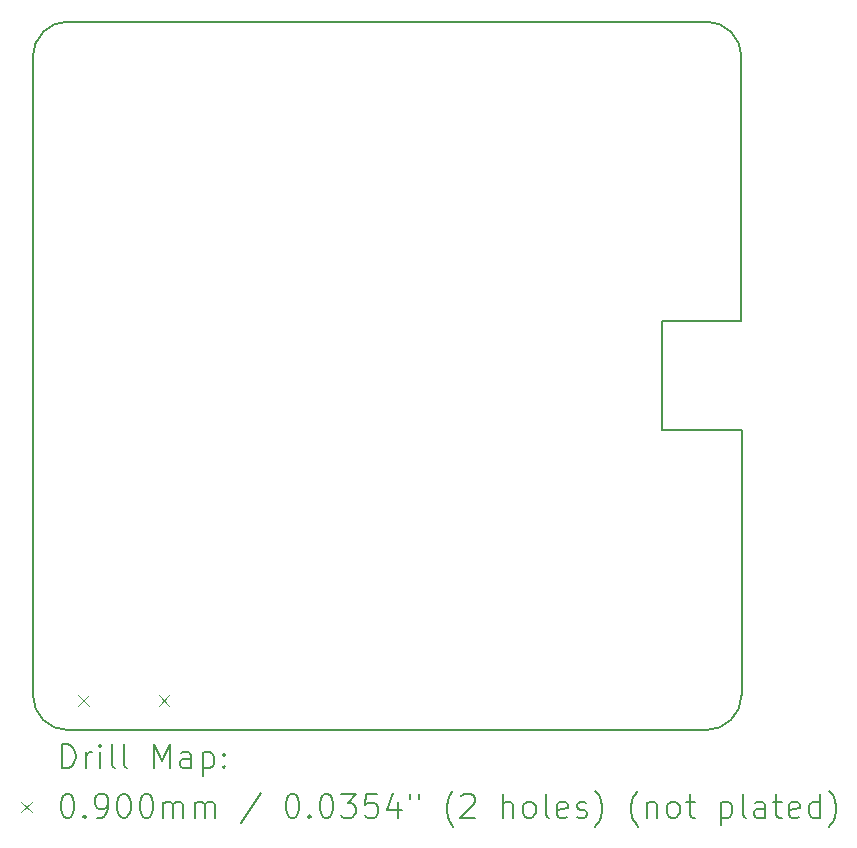
<source format=gbr>
%TF.GenerationSoftware,KiCad,Pcbnew,6.0.10-86aedd382b~118~ubuntu22.10.1*%
%TF.CreationDate,2023-02-02T20:30:59+01:00*%
%TF.ProjectId,FPGHat,46504748-6174-42e6-9b69-6361645f7063,rev?*%
%TF.SameCoordinates,Original*%
%TF.FileFunction,Drillmap*%
%TF.FilePolarity,Positive*%
%FSLAX45Y45*%
G04 Gerber Fmt 4.5, Leading zero omitted, Abs format (unit mm)*
G04 Created by KiCad (PCBNEW 6.0.10-86aedd382b~118~ubuntu22.10.1) date 2023-02-02 20:30:59*
%MOMM*%
%LPD*%
G01*
G04 APERTURE LIST*
%ADD10C,0.200000*%
%ADD11C,0.090000*%
G04 APERTURE END LIST*
D10*
X8000000Y-2300000D02*
G75*
G03*
X7700000Y-2000000I-300290J-290D01*
G01*
X7327900Y-4538000D02*
X7327900Y-5461000D01*
X7700000Y-8000002D02*
G75*
G03*
X8001000Y-7700000I0J301002D01*
G01*
X2000000Y-7700000D02*
X2000000Y-2300000D01*
X2300000Y-2000000D02*
X7700000Y-2000000D01*
X8001000Y-5461000D02*
X8001000Y-7700000D01*
X8000000Y-4538000D02*
X7327900Y-4538000D01*
X7700000Y-8000000D02*
X2300000Y-8000000D01*
X8001000Y-5461000D02*
X7327900Y-5461000D01*
X2300000Y-2000000D02*
G75*
G03*
X2000000Y-2300000I295J-300295D01*
G01*
X8000000Y-2300000D02*
X8000000Y-4538000D01*
X2000000Y-7700000D02*
G75*
G03*
X2300000Y-8000000I300000J0D01*
G01*
D11*
X2385000Y-7705000D02*
X2475000Y-7795000D01*
X2475000Y-7705000D02*
X2385000Y-7795000D01*
X3065000Y-7705000D02*
X3155000Y-7795000D01*
X3155000Y-7705000D02*
X3065000Y-7795000D01*
D10*
X2247619Y-8320476D02*
X2247619Y-8120476D01*
X2295238Y-8120476D01*
X2323810Y-8130000D01*
X2342857Y-8149048D01*
X2352381Y-8168095D01*
X2361905Y-8206190D01*
X2361905Y-8234762D01*
X2352381Y-8272857D01*
X2342857Y-8291905D01*
X2323810Y-8310952D01*
X2295238Y-8320476D01*
X2247619Y-8320476D01*
X2447619Y-8320476D02*
X2447619Y-8187143D01*
X2447619Y-8225238D02*
X2457143Y-8206190D01*
X2466667Y-8196667D01*
X2485714Y-8187143D01*
X2504762Y-8187143D01*
X2571429Y-8320476D02*
X2571429Y-8187143D01*
X2571429Y-8120476D02*
X2561905Y-8130000D01*
X2571429Y-8139524D01*
X2580952Y-8130000D01*
X2571429Y-8120476D01*
X2571429Y-8139524D01*
X2695238Y-8320476D02*
X2676190Y-8310952D01*
X2666667Y-8291905D01*
X2666667Y-8120476D01*
X2800000Y-8320476D02*
X2780952Y-8310952D01*
X2771429Y-8291905D01*
X2771429Y-8120476D01*
X3028571Y-8320476D02*
X3028571Y-8120476D01*
X3095238Y-8263333D01*
X3161905Y-8120476D01*
X3161905Y-8320476D01*
X3342857Y-8320476D02*
X3342857Y-8215714D01*
X3333333Y-8196667D01*
X3314286Y-8187143D01*
X3276190Y-8187143D01*
X3257143Y-8196667D01*
X3342857Y-8310952D02*
X3323809Y-8320476D01*
X3276190Y-8320476D01*
X3257143Y-8310952D01*
X3247619Y-8291905D01*
X3247619Y-8272857D01*
X3257143Y-8253809D01*
X3276190Y-8244286D01*
X3323809Y-8244286D01*
X3342857Y-8234762D01*
X3438095Y-8187143D02*
X3438095Y-8387143D01*
X3438095Y-8196667D02*
X3457143Y-8187143D01*
X3495238Y-8187143D01*
X3514286Y-8196667D01*
X3523809Y-8206190D01*
X3533333Y-8225238D01*
X3533333Y-8282381D01*
X3523809Y-8301428D01*
X3514286Y-8310952D01*
X3495238Y-8320476D01*
X3457143Y-8320476D01*
X3438095Y-8310952D01*
X3619048Y-8301428D02*
X3628571Y-8310952D01*
X3619048Y-8320476D01*
X3609524Y-8310952D01*
X3619048Y-8301428D01*
X3619048Y-8320476D01*
X3619048Y-8196667D02*
X3628571Y-8206190D01*
X3619048Y-8215714D01*
X3609524Y-8206190D01*
X3619048Y-8196667D01*
X3619048Y-8215714D01*
D11*
X1900000Y-8605000D02*
X1990000Y-8695000D01*
X1990000Y-8605000D02*
X1900000Y-8695000D01*
D10*
X2285714Y-8540476D02*
X2304762Y-8540476D01*
X2323810Y-8550000D01*
X2333333Y-8559524D01*
X2342857Y-8578571D01*
X2352381Y-8616667D01*
X2352381Y-8664286D01*
X2342857Y-8702381D01*
X2333333Y-8721429D01*
X2323810Y-8730952D01*
X2304762Y-8740476D01*
X2285714Y-8740476D01*
X2266667Y-8730952D01*
X2257143Y-8721429D01*
X2247619Y-8702381D01*
X2238095Y-8664286D01*
X2238095Y-8616667D01*
X2247619Y-8578571D01*
X2257143Y-8559524D01*
X2266667Y-8550000D01*
X2285714Y-8540476D01*
X2438095Y-8721429D02*
X2447619Y-8730952D01*
X2438095Y-8740476D01*
X2428571Y-8730952D01*
X2438095Y-8721429D01*
X2438095Y-8740476D01*
X2542857Y-8740476D02*
X2580952Y-8740476D01*
X2600000Y-8730952D01*
X2609524Y-8721429D01*
X2628571Y-8692857D01*
X2638095Y-8654762D01*
X2638095Y-8578571D01*
X2628571Y-8559524D01*
X2619048Y-8550000D01*
X2600000Y-8540476D01*
X2561905Y-8540476D01*
X2542857Y-8550000D01*
X2533333Y-8559524D01*
X2523810Y-8578571D01*
X2523810Y-8626190D01*
X2533333Y-8645238D01*
X2542857Y-8654762D01*
X2561905Y-8664286D01*
X2600000Y-8664286D01*
X2619048Y-8654762D01*
X2628571Y-8645238D01*
X2638095Y-8626190D01*
X2761905Y-8540476D02*
X2780952Y-8540476D01*
X2800000Y-8550000D01*
X2809524Y-8559524D01*
X2819048Y-8578571D01*
X2828571Y-8616667D01*
X2828571Y-8664286D01*
X2819048Y-8702381D01*
X2809524Y-8721429D01*
X2800000Y-8730952D01*
X2780952Y-8740476D01*
X2761905Y-8740476D01*
X2742857Y-8730952D01*
X2733333Y-8721429D01*
X2723810Y-8702381D01*
X2714286Y-8664286D01*
X2714286Y-8616667D01*
X2723810Y-8578571D01*
X2733333Y-8559524D01*
X2742857Y-8550000D01*
X2761905Y-8540476D01*
X2952381Y-8540476D02*
X2971428Y-8540476D01*
X2990476Y-8550000D01*
X3000000Y-8559524D01*
X3009524Y-8578571D01*
X3019048Y-8616667D01*
X3019048Y-8664286D01*
X3009524Y-8702381D01*
X3000000Y-8721429D01*
X2990476Y-8730952D01*
X2971428Y-8740476D01*
X2952381Y-8740476D01*
X2933333Y-8730952D01*
X2923809Y-8721429D01*
X2914286Y-8702381D01*
X2904762Y-8664286D01*
X2904762Y-8616667D01*
X2914286Y-8578571D01*
X2923809Y-8559524D01*
X2933333Y-8550000D01*
X2952381Y-8540476D01*
X3104762Y-8740476D02*
X3104762Y-8607143D01*
X3104762Y-8626190D02*
X3114286Y-8616667D01*
X3133333Y-8607143D01*
X3161905Y-8607143D01*
X3180952Y-8616667D01*
X3190476Y-8635714D01*
X3190476Y-8740476D01*
X3190476Y-8635714D02*
X3200000Y-8616667D01*
X3219048Y-8607143D01*
X3247619Y-8607143D01*
X3266667Y-8616667D01*
X3276190Y-8635714D01*
X3276190Y-8740476D01*
X3371428Y-8740476D02*
X3371428Y-8607143D01*
X3371428Y-8626190D02*
X3380952Y-8616667D01*
X3400000Y-8607143D01*
X3428571Y-8607143D01*
X3447619Y-8616667D01*
X3457143Y-8635714D01*
X3457143Y-8740476D01*
X3457143Y-8635714D02*
X3466667Y-8616667D01*
X3485714Y-8607143D01*
X3514286Y-8607143D01*
X3533333Y-8616667D01*
X3542857Y-8635714D01*
X3542857Y-8740476D01*
X3933333Y-8530952D02*
X3761905Y-8788095D01*
X4190476Y-8540476D02*
X4209524Y-8540476D01*
X4228571Y-8550000D01*
X4238095Y-8559524D01*
X4247619Y-8578571D01*
X4257143Y-8616667D01*
X4257143Y-8664286D01*
X4247619Y-8702381D01*
X4238095Y-8721429D01*
X4228571Y-8730952D01*
X4209524Y-8740476D01*
X4190476Y-8740476D01*
X4171428Y-8730952D01*
X4161905Y-8721429D01*
X4152381Y-8702381D01*
X4142857Y-8664286D01*
X4142857Y-8616667D01*
X4152381Y-8578571D01*
X4161905Y-8559524D01*
X4171428Y-8550000D01*
X4190476Y-8540476D01*
X4342857Y-8721429D02*
X4352381Y-8730952D01*
X4342857Y-8740476D01*
X4333333Y-8730952D01*
X4342857Y-8721429D01*
X4342857Y-8740476D01*
X4476190Y-8540476D02*
X4495238Y-8540476D01*
X4514286Y-8550000D01*
X4523810Y-8559524D01*
X4533333Y-8578571D01*
X4542857Y-8616667D01*
X4542857Y-8664286D01*
X4533333Y-8702381D01*
X4523810Y-8721429D01*
X4514286Y-8730952D01*
X4495238Y-8740476D01*
X4476190Y-8740476D01*
X4457143Y-8730952D01*
X4447619Y-8721429D01*
X4438095Y-8702381D01*
X4428571Y-8664286D01*
X4428571Y-8616667D01*
X4438095Y-8578571D01*
X4447619Y-8559524D01*
X4457143Y-8550000D01*
X4476190Y-8540476D01*
X4609524Y-8540476D02*
X4733333Y-8540476D01*
X4666667Y-8616667D01*
X4695238Y-8616667D01*
X4714286Y-8626190D01*
X4723810Y-8635714D01*
X4733333Y-8654762D01*
X4733333Y-8702381D01*
X4723810Y-8721429D01*
X4714286Y-8730952D01*
X4695238Y-8740476D01*
X4638095Y-8740476D01*
X4619048Y-8730952D01*
X4609524Y-8721429D01*
X4914286Y-8540476D02*
X4819048Y-8540476D01*
X4809524Y-8635714D01*
X4819048Y-8626190D01*
X4838095Y-8616667D01*
X4885714Y-8616667D01*
X4904762Y-8626190D01*
X4914286Y-8635714D01*
X4923810Y-8654762D01*
X4923810Y-8702381D01*
X4914286Y-8721429D01*
X4904762Y-8730952D01*
X4885714Y-8740476D01*
X4838095Y-8740476D01*
X4819048Y-8730952D01*
X4809524Y-8721429D01*
X5095238Y-8607143D02*
X5095238Y-8740476D01*
X5047619Y-8530952D02*
X5000000Y-8673810D01*
X5123810Y-8673810D01*
X5190476Y-8540476D02*
X5190476Y-8578571D01*
X5266667Y-8540476D02*
X5266667Y-8578571D01*
X5561905Y-8816667D02*
X5552381Y-8807143D01*
X5533333Y-8778571D01*
X5523810Y-8759524D01*
X5514286Y-8730952D01*
X5504762Y-8683333D01*
X5504762Y-8645238D01*
X5514286Y-8597619D01*
X5523810Y-8569048D01*
X5533333Y-8550000D01*
X5552381Y-8521429D01*
X5561905Y-8511905D01*
X5628571Y-8559524D02*
X5638095Y-8550000D01*
X5657143Y-8540476D01*
X5704762Y-8540476D01*
X5723809Y-8550000D01*
X5733333Y-8559524D01*
X5742857Y-8578571D01*
X5742857Y-8597619D01*
X5733333Y-8626190D01*
X5619048Y-8740476D01*
X5742857Y-8740476D01*
X5980952Y-8740476D02*
X5980952Y-8540476D01*
X6066667Y-8740476D02*
X6066667Y-8635714D01*
X6057143Y-8616667D01*
X6038095Y-8607143D01*
X6009524Y-8607143D01*
X5990476Y-8616667D01*
X5980952Y-8626190D01*
X6190476Y-8740476D02*
X6171428Y-8730952D01*
X6161905Y-8721429D01*
X6152381Y-8702381D01*
X6152381Y-8645238D01*
X6161905Y-8626190D01*
X6171428Y-8616667D01*
X6190476Y-8607143D01*
X6219048Y-8607143D01*
X6238095Y-8616667D01*
X6247619Y-8626190D01*
X6257143Y-8645238D01*
X6257143Y-8702381D01*
X6247619Y-8721429D01*
X6238095Y-8730952D01*
X6219048Y-8740476D01*
X6190476Y-8740476D01*
X6371428Y-8740476D02*
X6352381Y-8730952D01*
X6342857Y-8711905D01*
X6342857Y-8540476D01*
X6523809Y-8730952D02*
X6504762Y-8740476D01*
X6466667Y-8740476D01*
X6447619Y-8730952D01*
X6438095Y-8711905D01*
X6438095Y-8635714D01*
X6447619Y-8616667D01*
X6466667Y-8607143D01*
X6504762Y-8607143D01*
X6523809Y-8616667D01*
X6533333Y-8635714D01*
X6533333Y-8654762D01*
X6438095Y-8673810D01*
X6609524Y-8730952D02*
X6628571Y-8740476D01*
X6666667Y-8740476D01*
X6685714Y-8730952D01*
X6695238Y-8711905D01*
X6695238Y-8702381D01*
X6685714Y-8683333D01*
X6666667Y-8673810D01*
X6638095Y-8673810D01*
X6619048Y-8664286D01*
X6609524Y-8645238D01*
X6609524Y-8635714D01*
X6619048Y-8616667D01*
X6638095Y-8607143D01*
X6666667Y-8607143D01*
X6685714Y-8616667D01*
X6761905Y-8816667D02*
X6771428Y-8807143D01*
X6790476Y-8778571D01*
X6800000Y-8759524D01*
X6809524Y-8730952D01*
X6819048Y-8683333D01*
X6819048Y-8645238D01*
X6809524Y-8597619D01*
X6800000Y-8569048D01*
X6790476Y-8550000D01*
X6771428Y-8521429D01*
X6761905Y-8511905D01*
X7123809Y-8816667D02*
X7114286Y-8807143D01*
X7095238Y-8778571D01*
X7085714Y-8759524D01*
X7076190Y-8730952D01*
X7066667Y-8683333D01*
X7066667Y-8645238D01*
X7076190Y-8597619D01*
X7085714Y-8569048D01*
X7095238Y-8550000D01*
X7114286Y-8521429D01*
X7123809Y-8511905D01*
X7200000Y-8607143D02*
X7200000Y-8740476D01*
X7200000Y-8626190D02*
X7209524Y-8616667D01*
X7228571Y-8607143D01*
X7257143Y-8607143D01*
X7276190Y-8616667D01*
X7285714Y-8635714D01*
X7285714Y-8740476D01*
X7409524Y-8740476D02*
X7390476Y-8730952D01*
X7380952Y-8721429D01*
X7371428Y-8702381D01*
X7371428Y-8645238D01*
X7380952Y-8626190D01*
X7390476Y-8616667D01*
X7409524Y-8607143D01*
X7438095Y-8607143D01*
X7457143Y-8616667D01*
X7466667Y-8626190D01*
X7476190Y-8645238D01*
X7476190Y-8702381D01*
X7466667Y-8721429D01*
X7457143Y-8730952D01*
X7438095Y-8740476D01*
X7409524Y-8740476D01*
X7533333Y-8607143D02*
X7609524Y-8607143D01*
X7561905Y-8540476D02*
X7561905Y-8711905D01*
X7571428Y-8730952D01*
X7590476Y-8740476D01*
X7609524Y-8740476D01*
X7828571Y-8607143D02*
X7828571Y-8807143D01*
X7828571Y-8616667D02*
X7847619Y-8607143D01*
X7885714Y-8607143D01*
X7904762Y-8616667D01*
X7914286Y-8626190D01*
X7923809Y-8645238D01*
X7923809Y-8702381D01*
X7914286Y-8721429D01*
X7904762Y-8730952D01*
X7885714Y-8740476D01*
X7847619Y-8740476D01*
X7828571Y-8730952D01*
X8038095Y-8740476D02*
X8019048Y-8730952D01*
X8009524Y-8711905D01*
X8009524Y-8540476D01*
X8200000Y-8740476D02*
X8200000Y-8635714D01*
X8190476Y-8616667D01*
X8171428Y-8607143D01*
X8133333Y-8607143D01*
X8114286Y-8616667D01*
X8200000Y-8730952D02*
X8180952Y-8740476D01*
X8133333Y-8740476D01*
X8114286Y-8730952D01*
X8104762Y-8711905D01*
X8104762Y-8692857D01*
X8114286Y-8673810D01*
X8133333Y-8664286D01*
X8180952Y-8664286D01*
X8200000Y-8654762D01*
X8266667Y-8607143D02*
X8342857Y-8607143D01*
X8295238Y-8540476D02*
X8295238Y-8711905D01*
X8304762Y-8730952D01*
X8323809Y-8740476D01*
X8342857Y-8740476D01*
X8485714Y-8730952D02*
X8466667Y-8740476D01*
X8428571Y-8740476D01*
X8409524Y-8730952D01*
X8400000Y-8711905D01*
X8400000Y-8635714D01*
X8409524Y-8616667D01*
X8428571Y-8607143D01*
X8466667Y-8607143D01*
X8485714Y-8616667D01*
X8495238Y-8635714D01*
X8495238Y-8654762D01*
X8400000Y-8673810D01*
X8666667Y-8740476D02*
X8666667Y-8540476D01*
X8666667Y-8730952D02*
X8647619Y-8740476D01*
X8609524Y-8740476D01*
X8590476Y-8730952D01*
X8580952Y-8721429D01*
X8571429Y-8702381D01*
X8571429Y-8645238D01*
X8580952Y-8626190D01*
X8590476Y-8616667D01*
X8609524Y-8607143D01*
X8647619Y-8607143D01*
X8666667Y-8616667D01*
X8742857Y-8816667D02*
X8752381Y-8807143D01*
X8771429Y-8778571D01*
X8780952Y-8759524D01*
X8790476Y-8730952D01*
X8800000Y-8683333D01*
X8800000Y-8645238D01*
X8790476Y-8597619D01*
X8780952Y-8569048D01*
X8771429Y-8550000D01*
X8752381Y-8521429D01*
X8742857Y-8511905D01*
M02*

</source>
